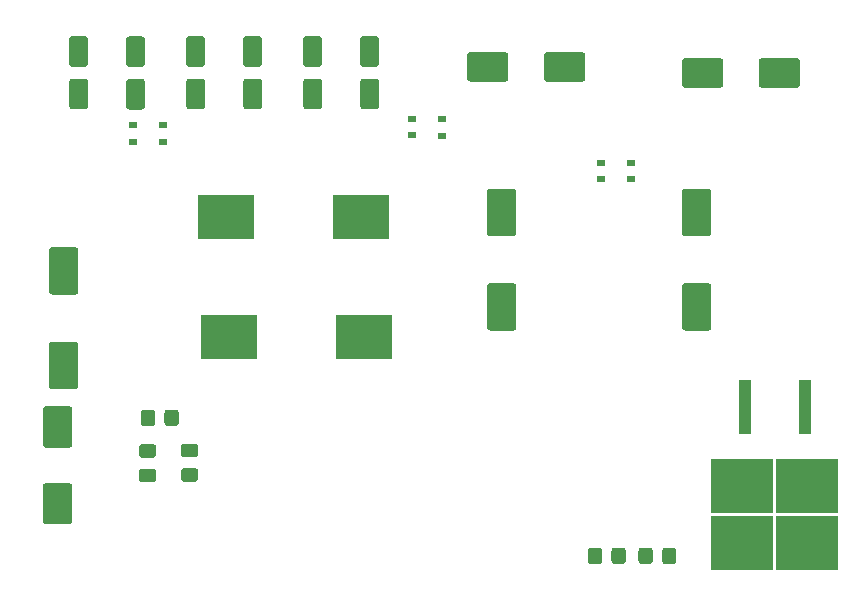
<source format=gbr>
%TF.GenerationSoftware,KiCad,Pcbnew,(5.1.7)-1*%
%TF.CreationDate,2020-12-20T22:11:26+02:00*%
%TF.ProjectId,SOUNDBOX,534f554e-4442-44f5-982e-6b696361645f,rev?*%
%TF.SameCoordinates,Original*%
%TF.FileFunction,Paste,Top*%
%TF.FilePolarity,Positive*%
%FSLAX46Y46*%
G04 Gerber Fmt 4.6, Leading zero omitted, Abs format (unit mm)*
G04 Created by KiCad (PCBNEW (5.1.7)-1) date 2020-12-20 22:11:26*
%MOMM*%
%LPD*%
G01*
G04 APERTURE LIST*
%ADD10R,1.100000X4.600000*%
%ADD11R,5.250000X4.550000*%
%ADD12R,4.800000X3.800000*%
%ADD13R,0.700000X0.600000*%
G04 APERTURE END LIST*
%TO.C,R50*%
G36*
G01*
X70482000Y-146107999D02*
X70482000Y-147008001D01*
G75*
G02*
X70232001Y-147258000I-249999J0D01*
G01*
X69531999Y-147258000D01*
G75*
G02*
X69282000Y-147008001I0J249999D01*
G01*
X69282000Y-146107999D01*
G75*
G02*
X69531999Y-145858000I249999J0D01*
G01*
X70232001Y-145858000D01*
G75*
G02*
X70482000Y-146107999I0J-249999D01*
G01*
G37*
G36*
G01*
X72482000Y-146107999D02*
X72482000Y-147008001D01*
G75*
G02*
X72232001Y-147258000I-249999J0D01*
G01*
X71531999Y-147258000D01*
G75*
G02*
X71282000Y-147008001I0J249999D01*
G01*
X71282000Y-146107999D01*
G75*
G02*
X71531999Y-145858000I249999J0D01*
G01*
X72232001Y-145858000D01*
G75*
G02*
X72482000Y-146107999I0J-249999D01*
G01*
G37*
%TD*%
%TO.C,C39*%
G36*
G01*
X63230000Y-149070000D02*
X61230000Y-149070000D01*
G75*
G02*
X60980000Y-148820000I0J250000D01*
G01*
X60980000Y-145820000D01*
G75*
G02*
X61230000Y-145570000I250000J0D01*
G01*
X63230000Y-145570000D01*
G75*
G02*
X63480000Y-145820000I0J-250000D01*
G01*
X63480000Y-148820000D01*
G75*
G02*
X63230000Y-149070000I-250000J0D01*
G01*
G37*
G36*
G01*
X63230000Y-155570000D02*
X61230000Y-155570000D01*
G75*
G02*
X60980000Y-155320000I0J250000D01*
G01*
X60980000Y-152320000D01*
G75*
G02*
X61230000Y-152070000I250000J0D01*
G01*
X63230000Y-152070000D01*
G75*
G02*
X63480000Y-152320000I0J-250000D01*
G01*
X63480000Y-155320000D01*
G75*
G02*
X63230000Y-155570000I-250000J0D01*
G01*
G37*
%TD*%
%TO.C,C40*%
G36*
G01*
X115090000Y-118348000D02*
X115090000Y-116348000D01*
G75*
G02*
X115340000Y-116098000I250000J0D01*
G01*
X118340000Y-116098000D01*
G75*
G02*
X118590000Y-116348000I0J-250000D01*
G01*
X118590000Y-118348000D01*
G75*
G02*
X118340000Y-118598000I-250000J0D01*
G01*
X115340000Y-118598000D01*
G75*
G02*
X115090000Y-118348000I0J250000D01*
G01*
G37*
G36*
G01*
X121590000Y-118348000D02*
X121590000Y-116348000D01*
G75*
G02*
X121840000Y-116098000I250000J0D01*
G01*
X124840000Y-116098000D01*
G75*
G02*
X125090000Y-116348000I0J-250000D01*
G01*
X125090000Y-118348000D01*
G75*
G02*
X124840000Y-118598000I-250000J0D01*
G01*
X121840000Y-118598000D01*
G75*
G02*
X121590000Y-118348000I0J250000D01*
G01*
G37*
%TD*%
D10*
%TO.C,U7*%
X125476000Y-145609000D03*
X120396000Y-145609000D03*
D11*
X120161000Y-157184000D03*
X125711000Y-152334000D03*
X125711000Y-157184000D03*
X120161000Y-152334000D03*
%TD*%
D12*
%TO.C,L2*%
X87884000Y-129540000D03*
X88138000Y-139700000D03*
%TD*%
%TO.C,C47*%
G36*
G01*
X100822000Y-139160000D02*
X98822000Y-139160000D01*
G75*
G02*
X98572000Y-138910000I0J250000D01*
G01*
X98572000Y-135410000D01*
G75*
G02*
X98822000Y-135160000I250000J0D01*
G01*
X100822000Y-135160000D01*
G75*
G02*
X101072000Y-135410000I0J-250000D01*
G01*
X101072000Y-138910000D01*
G75*
G02*
X100822000Y-139160000I-250000J0D01*
G01*
G37*
G36*
G01*
X100822000Y-131160000D02*
X98822000Y-131160000D01*
G75*
G02*
X98572000Y-130910000I0J250000D01*
G01*
X98572000Y-127410000D01*
G75*
G02*
X98822000Y-127160000I250000J0D01*
G01*
X100822000Y-127160000D01*
G75*
G02*
X101072000Y-127410000I0J-250000D01*
G01*
X101072000Y-130910000D01*
G75*
G02*
X100822000Y-131160000I-250000J0D01*
G01*
G37*
%TD*%
%TO.C,C28*%
G36*
G01*
X103406000Y-117840000D02*
X103406000Y-115840000D01*
G75*
G02*
X103656000Y-115590000I250000J0D01*
G01*
X106656000Y-115590000D01*
G75*
G02*
X106906000Y-115840000I0J-250000D01*
G01*
X106906000Y-117840000D01*
G75*
G02*
X106656000Y-118090000I-250000J0D01*
G01*
X103656000Y-118090000D01*
G75*
G02*
X103406000Y-117840000I0J250000D01*
G01*
G37*
G36*
G01*
X96906000Y-117840000D02*
X96906000Y-115840000D01*
G75*
G02*
X97156000Y-115590000I250000J0D01*
G01*
X100156000Y-115590000D01*
G75*
G02*
X100406000Y-115840000I0J-250000D01*
G01*
X100406000Y-117840000D01*
G75*
G02*
X100156000Y-118090000I-250000J0D01*
G01*
X97156000Y-118090000D01*
G75*
G02*
X96906000Y-117840000I0J250000D01*
G01*
G37*
%TD*%
%TO.C,C36*%
G36*
G01*
X63738000Y-136112000D02*
X61738000Y-136112000D01*
G75*
G02*
X61488000Y-135862000I0J250000D01*
G01*
X61488000Y-132362000D01*
G75*
G02*
X61738000Y-132112000I250000J0D01*
G01*
X63738000Y-132112000D01*
G75*
G02*
X63988000Y-132362000I0J-250000D01*
G01*
X63988000Y-135862000D01*
G75*
G02*
X63738000Y-136112000I-250000J0D01*
G01*
G37*
G36*
G01*
X63738000Y-144112000D02*
X61738000Y-144112000D01*
G75*
G02*
X61488000Y-143862000I0J250000D01*
G01*
X61488000Y-140362000D01*
G75*
G02*
X61738000Y-140112000I250000J0D01*
G01*
X63738000Y-140112000D01*
G75*
G02*
X63988000Y-140362000I0J-250000D01*
G01*
X63988000Y-143862000D01*
G75*
G02*
X63738000Y-144112000I-250000J0D01*
G01*
G37*
%TD*%
%TO.C,C38*%
G36*
G01*
X69375000Y-150839500D02*
X70325000Y-150839500D01*
G75*
G02*
X70575000Y-151089500I0J-250000D01*
G01*
X70575000Y-151764500D01*
G75*
G02*
X70325000Y-152014500I-250000J0D01*
G01*
X69375000Y-152014500D01*
G75*
G02*
X69125000Y-151764500I0J250000D01*
G01*
X69125000Y-151089500D01*
G75*
G02*
X69375000Y-150839500I250000J0D01*
G01*
G37*
G36*
G01*
X69375000Y-148764500D02*
X70325000Y-148764500D01*
G75*
G02*
X70575000Y-149014500I0J-250000D01*
G01*
X70575000Y-149689500D01*
G75*
G02*
X70325000Y-149939500I-250000J0D01*
G01*
X69375000Y-149939500D01*
G75*
G02*
X69125000Y-149689500I0J250000D01*
G01*
X69125000Y-149014500D01*
G75*
G02*
X69375000Y-148764500I250000J0D01*
G01*
G37*
%TD*%
%TO.C,C46*%
G36*
G01*
X73881000Y-149896500D02*
X72931000Y-149896500D01*
G75*
G02*
X72681000Y-149646500I0J250000D01*
G01*
X72681000Y-148971500D01*
G75*
G02*
X72931000Y-148721500I250000J0D01*
G01*
X73881000Y-148721500D01*
G75*
G02*
X74131000Y-148971500I0J-250000D01*
G01*
X74131000Y-149646500D01*
G75*
G02*
X73881000Y-149896500I-250000J0D01*
G01*
G37*
G36*
G01*
X73881000Y-151971500D02*
X72931000Y-151971500D01*
G75*
G02*
X72681000Y-151721500I0J250000D01*
G01*
X72681000Y-151046500D01*
G75*
G02*
X72931000Y-150796500I250000J0D01*
G01*
X73881000Y-150796500D01*
G75*
G02*
X74131000Y-151046500I0J-250000D01*
G01*
X74131000Y-151721500D01*
G75*
G02*
X73881000Y-151971500I-250000J0D01*
G01*
G37*
%TD*%
%TO.C,L1*%
X76454000Y-129540000D03*
X76708000Y-139700000D03*
%TD*%
%TO.C,C45*%
G36*
G01*
X115332000Y-127160000D02*
X117332000Y-127160000D01*
G75*
G02*
X117582000Y-127410000I0J-250000D01*
G01*
X117582000Y-130910000D01*
G75*
G02*
X117332000Y-131160000I-250000J0D01*
G01*
X115332000Y-131160000D01*
G75*
G02*
X115082000Y-130910000I0J250000D01*
G01*
X115082000Y-127410000D01*
G75*
G02*
X115332000Y-127160000I250000J0D01*
G01*
G37*
G36*
G01*
X115332000Y-135160000D02*
X117332000Y-135160000D01*
G75*
G02*
X117582000Y-135410000I0J-250000D01*
G01*
X117582000Y-138910000D01*
G75*
G02*
X117332000Y-139160000I-250000J0D01*
G01*
X115332000Y-139160000D01*
G75*
G02*
X115082000Y-138910000I0J250000D01*
G01*
X115082000Y-135410000D01*
G75*
G02*
X115332000Y-135160000I250000J0D01*
G01*
G37*
%TD*%
%TO.C,C48*%
G36*
G01*
X68284000Y-114248000D02*
X69384000Y-114248000D01*
G75*
G02*
X69634000Y-114498000I0J-250000D01*
G01*
X69634000Y-116598000D01*
G75*
G02*
X69384000Y-116848000I-250000J0D01*
G01*
X68284000Y-116848000D01*
G75*
G02*
X68034000Y-116598000I0J250000D01*
G01*
X68034000Y-114498000D01*
G75*
G02*
X68284000Y-114248000I250000J0D01*
G01*
G37*
G36*
G01*
X68284000Y-117848000D02*
X69384000Y-117848000D01*
G75*
G02*
X69634000Y-118098000I0J-250000D01*
G01*
X69634000Y-120198000D01*
G75*
G02*
X69384000Y-120448000I-250000J0D01*
G01*
X68284000Y-120448000D01*
G75*
G02*
X68034000Y-120198000I0J250000D01*
G01*
X68034000Y-118098000D01*
G75*
G02*
X68284000Y-117848000I250000J0D01*
G01*
G37*
%TD*%
%TO.C,C49*%
G36*
G01*
X88096000Y-114226000D02*
X89196000Y-114226000D01*
G75*
G02*
X89446000Y-114476000I0J-250000D01*
G01*
X89446000Y-116576000D01*
G75*
G02*
X89196000Y-116826000I-250000J0D01*
G01*
X88096000Y-116826000D01*
G75*
G02*
X87846000Y-116576000I0J250000D01*
G01*
X87846000Y-114476000D01*
G75*
G02*
X88096000Y-114226000I250000J0D01*
G01*
G37*
G36*
G01*
X88096000Y-117826000D02*
X89196000Y-117826000D01*
G75*
G02*
X89446000Y-118076000I0J-250000D01*
G01*
X89446000Y-120176000D01*
G75*
G02*
X89196000Y-120426000I-250000J0D01*
G01*
X88096000Y-120426000D01*
G75*
G02*
X87846000Y-120176000I0J250000D01*
G01*
X87846000Y-118076000D01*
G75*
G02*
X88096000Y-117826000I250000J0D01*
G01*
G37*
%TD*%
%TO.C,C50*%
G36*
G01*
X78190000Y-114226000D02*
X79290000Y-114226000D01*
G75*
G02*
X79540000Y-114476000I0J-250000D01*
G01*
X79540000Y-116576000D01*
G75*
G02*
X79290000Y-116826000I-250000J0D01*
G01*
X78190000Y-116826000D01*
G75*
G02*
X77940000Y-116576000I0J250000D01*
G01*
X77940000Y-114476000D01*
G75*
G02*
X78190000Y-114226000I250000J0D01*
G01*
G37*
G36*
G01*
X78190000Y-117826000D02*
X79290000Y-117826000D01*
G75*
G02*
X79540000Y-118076000I0J-250000D01*
G01*
X79540000Y-120176000D01*
G75*
G02*
X79290000Y-120426000I-250000J0D01*
G01*
X78190000Y-120426000D01*
G75*
G02*
X77940000Y-120176000I0J250000D01*
G01*
X77940000Y-118076000D01*
G75*
G02*
X78190000Y-117826000I250000J0D01*
G01*
G37*
%TD*%
%TO.C,C51*%
G36*
G01*
X73364000Y-117826000D02*
X74464000Y-117826000D01*
G75*
G02*
X74714000Y-118076000I0J-250000D01*
G01*
X74714000Y-120176000D01*
G75*
G02*
X74464000Y-120426000I-250000J0D01*
G01*
X73364000Y-120426000D01*
G75*
G02*
X73114000Y-120176000I0J250000D01*
G01*
X73114000Y-118076000D01*
G75*
G02*
X73364000Y-117826000I250000J0D01*
G01*
G37*
G36*
G01*
X73364000Y-114226000D02*
X74464000Y-114226000D01*
G75*
G02*
X74714000Y-114476000I0J-250000D01*
G01*
X74714000Y-116576000D01*
G75*
G02*
X74464000Y-116826000I-250000J0D01*
G01*
X73364000Y-116826000D01*
G75*
G02*
X73114000Y-116576000I0J250000D01*
G01*
X73114000Y-114476000D01*
G75*
G02*
X73364000Y-114226000I250000J0D01*
G01*
G37*
%TD*%
%TO.C,C52*%
G36*
G01*
X63458000Y-117826000D02*
X64558000Y-117826000D01*
G75*
G02*
X64808000Y-118076000I0J-250000D01*
G01*
X64808000Y-120176000D01*
G75*
G02*
X64558000Y-120426000I-250000J0D01*
G01*
X63458000Y-120426000D01*
G75*
G02*
X63208000Y-120176000I0J250000D01*
G01*
X63208000Y-118076000D01*
G75*
G02*
X63458000Y-117826000I250000J0D01*
G01*
G37*
G36*
G01*
X63458000Y-114226000D02*
X64558000Y-114226000D01*
G75*
G02*
X64808000Y-114476000I0J-250000D01*
G01*
X64808000Y-116576000D01*
G75*
G02*
X64558000Y-116826000I-250000J0D01*
G01*
X63458000Y-116826000D01*
G75*
G02*
X63208000Y-116576000I0J250000D01*
G01*
X63208000Y-114476000D01*
G75*
G02*
X63458000Y-114226000I250000J0D01*
G01*
G37*
%TD*%
%TO.C,C53*%
G36*
G01*
X83270000Y-117826000D02*
X84370000Y-117826000D01*
G75*
G02*
X84620000Y-118076000I0J-250000D01*
G01*
X84620000Y-120176000D01*
G75*
G02*
X84370000Y-120426000I-250000J0D01*
G01*
X83270000Y-120426000D01*
G75*
G02*
X83020000Y-120176000I0J250000D01*
G01*
X83020000Y-118076000D01*
G75*
G02*
X83270000Y-117826000I250000J0D01*
G01*
G37*
G36*
G01*
X83270000Y-114226000D02*
X84370000Y-114226000D01*
G75*
G02*
X84620000Y-114476000I0J-250000D01*
G01*
X84620000Y-116576000D01*
G75*
G02*
X84370000Y-116826000I-250000J0D01*
G01*
X83270000Y-116826000D01*
G75*
G02*
X83020000Y-116576000I0J250000D01*
G01*
X83020000Y-114476000D01*
G75*
G02*
X83270000Y-114226000I250000J0D01*
G01*
G37*
%TD*%
%TO.C,R62*%
G36*
G01*
X110328000Y-157791999D02*
X110328000Y-158692001D01*
G75*
G02*
X110078001Y-158942000I-249999J0D01*
G01*
X109377999Y-158942000D01*
G75*
G02*
X109128000Y-158692001I0J249999D01*
G01*
X109128000Y-157791999D01*
G75*
G02*
X109377999Y-157542000I249999J0D01*
G01*
X110078001Y-157542000D01*
G75*
G02*
X110328000Y-157791999I0J-249999D01*
G01*
G37*
G36*
G01*
X108328000Y-157791999D02*
X108328000Y-158692001D01*
G75*
G02*
X108078001Y-158942000I-249999J0D01*
G01*
X107377999Y-158942000D01*
G75*
G02*
X107128000Y-158692001I0J249999D01*
G01*
X107128000Y-157791999D01*
G75*
G02*
X107377999Y-157542000I249999J0D01*
G01*
X108078001Y-157542000D01*
G75*
G02*
X108328000Y-157791999I0J-249999D01*
G01*
G37*
%TD*%
%TO.C,R63*%
G36*
G01*
X113414000Y-158692001D02*
X113414000Y-157791999D01*
G75*
G02*
X113663999Y-157542000I249999J0D01*
G01*
X114364001Y-157542000D01*
G75*
G02*
X114614000Y-157791999I0J-249999D01*
G01*
X114614000Y-158692001D01*
G75*
G02*
X114364001Y-158942000I-249999J0D01*
G01*
X113663999Y-158942000D01*
G75*
G02*
X113414000Y-158692001I0J249999D01*
G01*
G37*
G36*
G01*
X111414000Y-158692001D02*
X111414000Y-157791999D01*
G75*
G02*
X111663999Y-157542000I249999J0D01*
G01*
X112364001Y-157542000D01*
G75*
G02*
X112614000Y-157791999I0J-249999D01*
G01*
X112614000Y-158692001D01*
G75*
G02*
X112364001Y-158942000I-249999J0D01*
G01*
X111663999Y-158942000D01*
G75*
G02*
X111414000Y-158692001I0J249999D01*
G01*
G37*
%TD*%
D13*
%TO.C,D7*%
X108204000Y-126368000D03*
X108204000Y-124968000D03*
%TD*%
%TO.C,D8*%
X94742000Y-122682000D03*
X94742000Y-121282000D03*
%TD*%
%TO.C,D9*%
X71120000Y-123190000D03*
X71120000Y-121790000D03*
%TD*%
%TO.C,D10*%
X110744000Y-124968000D03*
X110744000Y-126368000D03*
%TD*%
%TO.C,D11*%
X92202000Y-122620000D03*
X92202000Y-121220000D03*
%TD*%
%TO.C,D12*%
X68580000Y-123190000D03*
X68580000Y-121790000D03*
%TD*%
M02*

</source>
